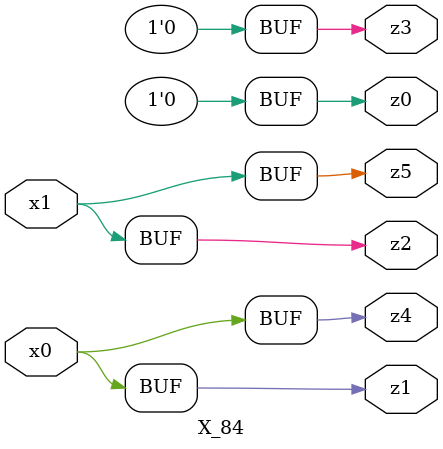
<source format=v>

module X_84 ( 
    x0, x1,
    z0, z1, z2, z3, z4, z5  );
  input  x0, x1;
  output z0, z1, z2, z3, z4, z5;
  assign z0 = 1'b0;
  assign z1 = x1 ? x0 : x0;
  assign z2 = x0 ? x1 : x1;
  assign z3 = 1'b0;
  assign z4 = x1 ? x0 : x0;
  assign z5 = x0 ? x1 : x1;
endmodule



</source>
